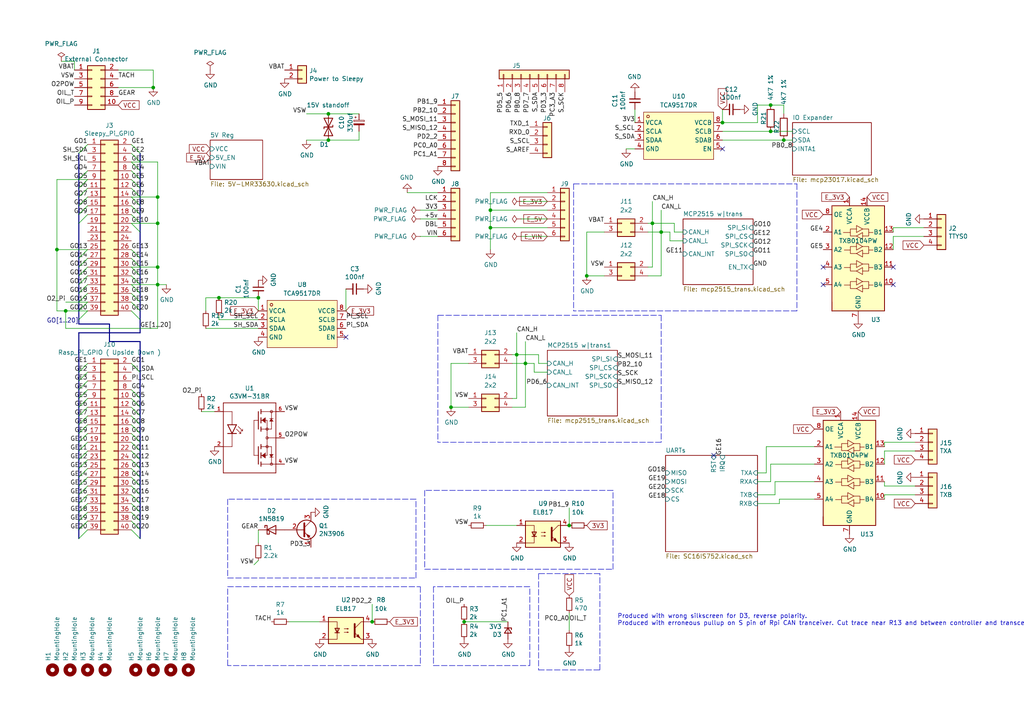
<source format=kicad_sch>
(kicad_sch (version 20211123) (generator eeschema)
  (paper "A4")
  (junction (at 19.05 90.17))
  (junction (at 45.72 57.15))
  (junction (at 45.72 64.77))
  (junction (at 191.77 67.31))
  (junction (at 45.72 77.47))
  (junction (at 170.18 80.01))
  (junction (at 165.1 152.4))
  (junction (at 149.86 102.87))
  (junction (at 74.93 86.36))
  (junction (at 107.95 180.34))
  (junction (at 45.72 82.55))
  (junction (at 209.55 35.56))
  (junction (at 95.25 40.64))
  (junction (at 95.25 33.02))
  (junction (at 223.52 30.48))
  (junction (at 189.23 64.77))
  (junction (at 44.45 25.4))
  (junction (at 223.52 38.1))
  (junction (at 142.24 60.96))
  (junction (at 134.62 180.34))
  (junction (at 142.24 66.04))
  (junction (at 227.33 40.64))
  (junction (at 130.81 118.11))
  (junction (at 63.5 86.36))
  (junction (at 16.51 72.39))
  (junction (at 152.4 105.41))
  (no_connect (at 100.33 97.79))
  (no_connect (at 209.55 43.18))
  (no_connect (at 259.08 82.55))
  (no_connect (at 259.08 77.47))
  (no_connect (at 238.76 82.55))
  (no_connect (at 238.76 77.47))
  (no_connect (at 207.01 132.08))
  (bus_entry (at 38.1 118.11) (size 2.54 2.54))
  (bus_entry (at 38.1 113.03) (size 2.54 2.54))
  (bus_entry (at 38.1 115.57) (size 2.54 2.54))
  (bus_entry (at 38.1 143.51) (size 2.54 2.54))
  (bus_entry (at 38.1 146.05) (size 2.54 2.54))
  (bus_entry (at 38.1 140.97) (size 2.54 2.54))
  (bus_entry (at 38.1 153.67) (size 2.54 2.54))
  (bus_entry (at 38.1 151.13) (size 2.54 2.54))
  (bus_entry (at 38.1 148.59) (size 2.54 2.54))
  (bus_entry (at 38.1 138.43) (size 2.54 2.54))
  (bus_entry (at 38.1 135.89) (size 2.54 2.54))
  (bus_entry (at 38.1 130.81) (size 2.54 2.54))
  (bus_entry (at 38.1 128.27) (size 2.54 2.54))
  (bus_entry (at 38.1 125.73) (size 2.54 2.54))
  (bus_entry (at 38.1 120.65) (size 2.54 2.54))
  (bus_entry (at 38.1 123.19) (size 2.54 2.54))
  (bus_entry (at 38.1 133.35) (size 2.54 2.54))
  (bus_entry (at 25.4 49.53) (size -2.54 2.54))
  (bus_entry (at 25.4 52.07) (size -2.54 2.54))
  (bus_entry (at 25.4 59.69) (size -2.54 2.54))
  (bus_entry (at 25.4 57.15) (size -2.54 2.54))
  (bus_entry (at 25.4 54.61) (size -2.54 2.54))
  (bus_entry (at 25.4 82.55) (size -2.54 2.54))
  (bus_entry (at 25.4 85.09) (size -2.54 2.54))
  (bus_entry (at 25.4 80.01) (size -2.54 2.54))
  (bus_entry (at 25.4 77.47) (size -2.54 2.54))
  (bus_entry (at 25.4 90.17) (size -2.54 2.54))
  (bus_entry (at 25.4 87.63) (size -2.54 2.54))
  (bus_entry (at 25.4 74.93) (size -2.54 2.54))
  (bus_entry (at 25.4 120.65) (size -2.54 2.54))
  (bus_entry (at 25.4 118.11) (size -2.54 2.54))
  (bus_entry (at 25.4 125.73) (size -2.54 2.54))
  (bus_entry (at 25.4 138.43) (size -2.54 2.54))
  (bus_entry (at 25.4 135.89) (size -2.54 2.54))
  (bus_entry (at 25.4 128.27) (size -2.54 2.54))
  (bus_entry (at 25.4 133.35) (size -2.54 2.54))
  (bus_entry (at 25.4 113.03) (size -2.54 2.54))
  (bus_entry (at 25.4 110.49) (size -2.54 2.54))
  (bus_entry (at 25.4 107.95) (size -2.54 2.54))
  (bus_entry (at 25.4 105.41) (size -2.54 2.54))
  (bus_entry (at 25.4 143.51) (size -2.54 2.54))
  (bus_entry (at 25.4 148.59) (size -2.54 2.54))
  (bus_entry (at 25.4 140.97) (size -2.54 2.54))
  (bus_entry (at 25.4 146.05) (size -2.54 2.54))
  (bus_entry (at 25.4 115.57) (size -2.54 2.54))
  (bus_entry (at 25.4 123.19) (size -2.54 2.54))
  (bus_entry (at 25.4 151.13) (size -2.54 2.54))
  (bus_entry (at 25.4 153.67) (size -2.54 2.54))
  (bus_entry (at 25.4 130.81) (size -2.54 2.54))
  (bus_entry (at 25.4 72.39) (size -2.54 2.54))
  (bus_entry (at 25.4 41.91) (size -2.54 2.54))
  (bus_entry (at 25.4 62.23) (size -2.54 2.54))
  (bus_entry (at 38.1 105.41) (size 2.54 2.54))
  (bus_entry (at 38.1 90.17) (size 2.54 2.54))
  (bus_entry (at 38.1 49.53) (size 2.54 2.54))
  (bus_entry (at 38.1 52.07) (size 2.54 2.54))
  (bus_entry (at 38.1 46.99) (size 2.54 2.54))
  (bus_entry (at 38.1 41.91) (size 2.54 2.54))
  (bus_entry (at 38.1 85.09) (size 2.54 2.54))
  (bus_entry (at 38.1 87.63) (size 2.54 2.54))
  (bus_entry (at 38.1 82.55) (size 2.54 2.54))
  (bus_entry (at 38.1 80.01) (size 2.54 2.54))
  (bus_entry (at 38.1 72.39) (size 2.54 2.54))
  (bus_entry (at 38.1 57.15) (size 2.54 2.54))
  (bus_entry (at 38.1 59.69) (size 2.54 2.54))
  (bus_entry (at 38.1 44.45) (size 2.54 2.54))
  (bus_entry (at 38.1 54.61) (size 2.54 2.54))
  (bus_entry (at 38.1 64.77) (size 2.54 2.54))
  (bus_entry (at 38.1 62.23) (size 2.54 2.54))
  (bus_entry (at 38.1 74.93) (size 2.54 2.54))
  (bus_entry (at 38.1 77.47) (size 2.54 2.54))
  (wire (pts (xy 152.4 105.41) (xy 154.94 105.41)))
  (wire (pts (xy 74.93 86.36) (xy 74.93 90.17)))
  (wire (pts (xy 130.81 105.41) (xy 130.81 118.11)))
  (wire (pts (xy 142.24 66.04) (xy 142.24 60.96)))
  (wire (pts (xy 121.92 63.5) (xy 127 63.5)))
  (wire (pts (xy 45.72 95.25) (xy 45.72 82.55)))
  (bus (pts (xy 22.86 120.65) (xy 22.86 123.19)))
  (polyline (pts (xy 191.77 128.27) (xy 127 128.27)))
  (bus (pts (xy 22.86 44.45) (xy 22.86 52.07)))
  (wire (pts (xy 63.5 86.36) (xy 74.93 86.36)))
  (wire (pts (xy 149.86 96.52) (xy 149.86 102.87)))
  (polyline (pts (xy 123.19 165.1) (xy 177.8 165.1)))
  (wire (pts (xy 130.81 118.11) (xy 135.89 118.11)))
  (bus (pts (xy 22.86 92.71) (xy 22.86 93.98)))
  (polyline (pts (xy 120.65 167.64) (xy 120.65 144.78)))
  (wire (pts (xy 227.33 40.64) (xy 229.87 40.64)))
  (bus (pts (xy 22.86 118.11) (xy 22.86 120.65)))
  (bus (pts (xy 40.64 44.45) (xy 40.64 46.99)))
  (wire (pts (xy 209.55 40.64) (xy 227.33 40.64)))
  (wire (pts (xy 191.77 80.01) (xy 191.77 67.31)))
  (wire (pts (xy 265.43 140.97) (xy 256.54 140.97)))
  (bus (pts (xy 22.86 90.17) (xy 22.86 92.71)))
  (bus (pts (xy 40.64 148.59) (xy 40.64 151.13)))
  (wire (pts (xy 40.64 46.99) (xy 45.72 46.99)))
  (wire (pts (xy 195.58 67.31) (xy 195.58 64.77)))
  (wire (pts (xy 194.31 67.31) (xy 194.31 69.85)))
  (bus (pts (xy 22.86 85.09) (xy 22.86 87.63)))
  (wire (pts (xy 236.22 144.78) (xy 226.06 144.78)))
  (bus (pts (xy 22.86 140.97) (xy 22.86 143.51)))
  (bus (pts (xy 40.64 123.19) (xy 40.64 125.73)))
  (wire (pts (xy 259.08 66.04) (xy 267.97 66.04)))
  (wire (pts (xy 223.52 139.7) (xy 219.71 139.7)))
  (wire (pts (xy 191.77 67.31) (xy 194.31 67.31)))
  (wire (pts (xy 256.54 129.54) (xy 256.54 128.27)))
  (bus (pts (xy 22.86 123.19) (xy 22.86 125.73)))
  (bus (pts (xy 40.64 77.47) (xy 40.64 80.01)))
  (polyline (pts (xy 127 91.44) (xy 191.77 91.44)))
  (wire (pts (xy 21.59 17.78) (xy 17.78 17.78)))
  (wire (pts (xy 256.54 130.81) (xy 256.54 134.62)))
  (bus (pts (xy 40.64 87.63) (xy 40.64 90.17)))
  (wire (pts (xy 34.29 20.32) (xy 44.45 20.32)))
  (wire (pts (xy 142.24 55.88) (xy 142.24 60.96)))
  (wire (pts (xy 191.77 60.96) (xy 191.77 67.31)))
  (wire (pts (xy 227.33 30.48) (xy 227.33 33.02)))
  (bus (pts (xy 22.86 87.63) (xy 22.86 90.17)))
  (bus (pts (xy 22.86 82.55) (xy 22.86 85.09)))
  (wire (pts (xy 151.13 63.5) (xy 158.75 63.5)))
  (wire (pts (xy 181.61 43.18) (xy 184.15 43.18)))
  (wire (pts (xy 16.51 52.07) (xy 22.86 52.07)))
  (wire (pts (xy 38.1 82.55) (xy 40.64 82.55)))
  (wire (pts (xy 19.05 90.17) (xy 22.86 90.17)))
  (bus (pts (xy 40.64 120.65) (xy 40.64 123.19)))
  (polyline (pts (xy 156.21 194.31) (xy 173.99 194.31)))
  (wire (pts (xy 223.52 30.48) (xy 227.33 30.48)))
  (bus (pts (xy 40.64 64.77) (xy 40.64 67.31)))
  (bus (pts (xy 40.64 99.06) (xy 40.64 107.95)))
  (bus (pts (xy 22.86 59.69) (xy 22.86 62.23)))
  (bus (pts (xy 40.64 96.52) (xy 22.86 96.52)))
  (bus (pts (xy 40.64 67.31) (xy 40.64 74.93)))
  (bus (pts (xy 22.86 64.77) (xy 22.86 74.93)))
  (polyline (pts (xy 177.8 142.24) (xy 123.19 142.24)))
  (wire (pts (xy 40.64 77.47) (xy 45.72 77.47)))
  (polyline (pts (xy 191.77 91.44) (xy 191.77 128.27)))
  (wire (pts (xy 104.14 38.1) (xy 104.14 40.64)))
  (wire (pts (xy 142.24 66.04) (xy 158.75 66.04)))
  (bus (pts (xy 22.86 153.67) (xy 22.86 156.21)))
  (bus (pts (xy 40.64 143.51) (xy 40.64 146.05)))
  (polyline (pts (xy 153.67 193.04) (xy 153.67 170.18)))
  (wire (pts (xy 73.66 163.83) (xy 74.93 162.56)))
  (bus (pts (xy 22.86 107.95) (xy 22.86 110.49)))
  (bus (pts (xy 40.64 107.95) (xy 40.64 115.57)))
  (wire (pts (xy 63.5 91.44) (xy 63.5 92.71)))
  (bus (pts (xy 22.86 113.03) (xy 22.86 115.57)))
  (bus (pts (xy 40.64 82.55) (xy 40.64 85.09)))
  (wire (pts (xy 170.18 80.01) (xy 175.26 80.01)))
  (bus (pts (xy 40.64 59.69) (xy 40.64 62.23)))
  (bus (pts (xy 40.64 135.89) (xy 40.64 138.43)))
  (bus (pts (xy 40.64 92.71) (xy 40.64 96.52)))
  (wire (pts (xy 148.59 105.41) (xy 152.4 105.41)))
  (wire (pts (xy 148.59 115.57) (xy 149.86 115.57)))
  (wire (pts (xy 16.51 52.07) (xy 16.51 72.39)))
  (wire (pts (xy 154.94 107.95) (xy 158.75 107.95)))
  (wire (pts (xy 226.06 146.05) (xy 219.71 146.05)))
  (wire (pts (xy 38.1 57.15) (xy 40.64 57.15)))
  (wire (pts (xy 19.05 95.25) (xy 45.72 95.25)))
  (wire (pts (xy 265.43 143.51) (xy 256.54 143.51)))
  (wire (pts (xy 224.79 143.51) (xy 219.71 143.51)))
  (wire (pts (xy 25.4 90.17) (xy 22.86 90.17)))
  (wire (pts (xy 195.58 64.77) (xy 189.23 64.77)))
  (wire (pts (xy 187.96 80.01) (xy 191.77 80.01)))
  (wire (pts (xy 259.08 67.31) (xy 259.08 66.04)))
  (wire (pts (xy 135.89 105.41) (xy 130.81 105.41)))
  (bus (pts (xy 40.64 130.81) (xy 40.64 133.35)))
  (polyline (pts (xy 166.37 53.34) (xy 166.37 90.17)))
  (wire (pts (xy 16.51 72.39) (xy 16.51 90.17)))
  (wire (pts (xy 236.22 134.62) (xy 223.52 134.62)))
  (wire (pts (xy 118.11 55.88) (xy 127 55.88)))
  (polyline (pts (xy 66.04 144.78) (xy 66.04 167.64)))
  (wire (pts (xy 156.21 102.87) (xy 149.86 102.87)))
  (wire (pts (xy 148.59 118.11) (xy 152.4 118.11)))
  (bus (pts (xy 40.64 85.09) (xy 40.64 87.63)))
  (wire (pts (xy 22.86 87.63) (xy 25.4 87.63)))
  (wire (pts (xy 121.92 60.96) (xy 127 60.96)))
  (bus (pts (xy 22.86 115.57) (xy 22.86 118.11)))
  (wire (pts (xy 189.23 77.47) (xy 189.23 64.77)))
  (wire (pts (xy 44.45 20.32) (xy 44.45 25.4)))
  (bus (pts (xy 40.64 133.35) (xy 40.64 135.89)))
  (wire (pts (xy 142.24 60.96) (xy 158.75 60.96)))
  (wire (pts (xy 194.31 69.85) (xy 198.12 69.85)))
  (wire (pts (xy 21.59 20.32) (xy 21.59 17.78)))
  (wire (pts (xy 95.25 33.02) (xy 104.14 33.02)))
  (polyline (pts (xy 231.14 90.17) (xy 166.37 90.17)))
  (bus (pts (xy 40.64 151.13) (xy 40.64 153.67)))
  (wire (pts (xy 58.42 119.38) (xy 62.23 119.38)))
  (bus (pts (xy 40.64 140.97) (xy 40.64 143.51)))
  (wire (pts (xy 59.69 86.36) (xy 63.5 86.36)))
  (wire (pts (xy 88.9 40.64) (xy 95.25 40.64)))
  (wire (pts (xy 19.05 87.63) (xy 22.86 87.63)))
  (bus (pts (xy 22.86 146.05) (xy 22.86 148.59)))
  (wire (pts (xy 184.15 31.75) (xy 184.15 35.56)))
  (wire (pts (xy 223.52 134.62) (xy 223.52 139.7)))
  (bus (pts (xy 40.64 146.05) (xy 40.64 148.59)))
  (bus (pts (xy 40.64 128.27) (xy 40.64 130.81)))
  (bus (pts (xy 40.64 62.23) (xy 40.64 64.77)))
  (wire (pts (xy 219.71 137.16) (xy 222.25 137.16)))
  (bus (pts (xy 22.86 57.15) (xy 22.86 59.69)))
  (wire (pts (xy 256.54 128.27) (xy 265.43 128.27)))
  (wire (pts (xy 59.69 95.25) (xy 74.93 95.25)))
  (bus (pts (xy 22.86 128.27) (xy 22.86 130.81)))
  (bus (pts (xy 40.64 74.93) (xy 40.64 77.47)))
  (polyline (pts (xy 153.67 170.18) (xy 125.73 170.18)))
  (wire (pts (xy 107.95 175.26) (xy 107.95 180.34)))
  (polyline (pts (xy 173.99 194.31) (xy 173.99 166.37)))
  (bus (pts (xy 31.75 93.98) (xy 31.75 99.06)))
  (wire (pts (xy 158.75 105.41) (xy 156.21 105.41)))
  (polyline (pts (xy 66.04 170.18) (xy 121.92 170.18)))
  (polyline (pts (xy 177.8 165.1) (xy 177.8 142.24)))
  (polyline (pts (xy 125.73 193.04) (xy 153.67 193.04)))
  (wire (pts (xy 187.96 77.47) (xy 189.23 77.47)))
  (bus (pts (xy 22.86 148.59) (xy 22.86 151.13)))
  (polyline (pts (xy 121.92 170.18) (xy 121.92 193.04)))
  (wire (pts (xy 209.55 31.75) (xy 209.55 35.56)))
  (wire (pts (xy 74.93 153.67) (xy 74.93 157.48)))
  (wire (pts (xy 151.13 58.42) (xy 158.75 58.42)))
  (wire (pts (xy 88.9 33.02) (xy 95.25 33.02)))
  (wire (pts (xy 259.08 68.58) (xy 259.08 72.39)))
  (wire (pts (xy 22.86 52.07) (xy 25.4 52.07)))
  (wire (pts (xy 40.64 64.77) (xy 45.72 64.77)))
  (wire (pts (xy 83.82 180.34) (xy 92.71 180.34)))
  (wire (pts (xy 151.13 68.58) (xy 158.75 68.58)))
  (wire (pts (xy 158.75 55.88) (xy 142.24 55.88)))
  (wire (pts (xy 189.23 64.77) (xy 187.96 64.77)))
  (wire (pts (xy 142.24 72.39) (xy 142.24 66.04)))
  (polyline (pts (xy 121.92 193.04) (xy 66.04 193.04)))
  (wire (pts (xy 45.72 82.55) (xy 48.26 82.55)))
  (wire (pts (xy 140.97 152.4) (xy 149.86 152.4)))
  (bus (pts (xy 22.86 93.98) (xy 31.75 93.98)))
  (wire (pts (xy 222.25 129.54) (xy 236.22 129.54)))
  (wire (pts (xy 223.52 38.1) (xy 229.87 38.1)))
  (polyline (pts (xy 231.14 53.34) (xy 231.14 90.17)))
  (wire (pts (xy 219.71 35.56) (xy 219.71 30.48)))
  (bus (pts (xy 22.86 74.93) (xy 22.86 77.47)))
  (bus (pts (xy 22.86 80.01) (xy 22.86 82.55)))
  (wire (pts (xy 152.4 99.06) (xy 152.4 105.41)))
  (wire (pts (xy 16.51 90.17) (xy 19.05 90.17)))
  (wire (pts (xy 256.54 140.97) (xy 256.54 139.7)))
  (bus (pts (xy 40.64 52.07) (xy 40.64 54.61)))
  (bus (pts (xy 22.86 125.73) (xy 22.86 128.27)))
  (wire (pts (xy 165.1 177.8) (xy 165.1 182.88)))
  (wire (pts (xy 209.55 35.56) (xy 219.71 35.56)))
  (wire (pts (xy 121.92 68.58) (xy 127 68.58)))
  (bus (pts (xy 22.86 135.89) (xy 22.86 138.43)))
  (wire (pts (xy 209.55 38.1) (xy 223.52 38.1)))
  (wire (pts (xy 38.1 64.77) (xy 40.64 64.77)))
  (wire (pts (xy 38.1 77.47) (xy 40.64 77.47)))
  (bus (pts (xy 22.86 138.43) (xy 22.86 140.97)))
  (wire (pts (xy 34.29 25.4) (xy 44.45 25.4)))
  (bus (pts (xy 40.64 153.67) (xy 40.64 156.21)))
  (wire (pts (xy 165.1 147.32) (xy 165.1 152.4)))
  (bus (pts (xy 22.86 110.49) (xy 22.86 113.03)))
  (bus (pts (xy 40.64 57.15) (xy 40.64 59.69)))
  (wire (pts (xy 224.79 139.7) (xy 224.79 143.51)))
  (polyline (pts (xy 66.04 193.04) (xy 66.04 170.18)))
  (bus (pts (xy 31.75 99.06) (xy 40.64 99.06)))
  (bus (pts (xy 22.86 96.52) (xy 22.86 107.95)))
  (wire (pts (xy 19.05 90.17) (xy 19.05 95.25)))
  (bus (pts (xy 22.86 143.51) (xy 22.86 146.05)))
  (polyline (pts (xy 123.19 142.24) (xy 123.19 165.1)))
  (wire (pts (xy 156.21 105.41) (xy 156.21 102.87)))
  (bus (pts (xy 40.64 115.57) (xy 40.64 118.11)))
  (wire (pts (xy 45.72 64.77) (xy 45.72 77.47)))
  (wire (pts (xy 16.51 72.39) (xy 25.4 72.39)))
  (wire (pts (xy 265.43 130.81) (xy 256.54 130.81)))
  (polyline (pts (xy 120.65 144.78) (xy 66.04 144.78)))
  (bus (pts (xy 22.86 52.07) (xy 22.86 54.61)))
  (bus (pts (xy 22.86 77.47) (xy 22.86 80.01)))
  (bus (pts (xy 40.64 54.61) (xy 40.64 57.15)))
  (wire (pts (xy 189.23 58.42) (xy 189.23 64.77)))
  (bus (pts (xy 40.64 138.43) (xy 40.64 140.97)))
  (wire (pts (xy 100.33 83.82) (xy 100.33 90.17)))
  (wire (pts (xy 149.86 102.87) (xy 148.59 102.87)))
  (bus (pts (xy 22.86 54.61) (xy 22.86 57.15)))
  (wire (pts (xy 40.64 57.15) (xy 45.72 57.15)))
  (wire (pts (xy 187.96 67.31) (xy 191.77 67.31)))
  (wire (pts (xy 149.86 115.57) (xy 149.86 102.87)))
  (bus (pts (xy 22.86 133.35) (xy 22.86 135.89)))
  (wire (pts (xy 198.12 67.31) (xy 195.58 67.31)))
  (wire (pts (xy 45.72 46.99) (xy 45.72 57.15)))
  (bus (pts (xy 40.64 49.53) (xy 40.64 52.07)))
  (bus (pts (xy 40.64 125.73) (xy 40.64 128.27)))
  (wire (pts (xy 45.72 77.47) (xy 45.72 82.55)))
  (wire (pts (xy 134.62 180.34) (xy 147.32 180.34)))
  (wire (pts (xy 63.5 92.71) (xy 74.93 92.71)))
  (polyline (pts (xy 66.04 167.64) (xy 120.65 167.64)))
  (wire (pts (xy 226.06 144.78) (xy 226.06 146.05)))
  (bus (pts (xy 40.64 46.99) (xy 40.64 49.53)))
  (polyline (pts (xy 166.37 53.34) (xy 231.14 53.34)))
  (wire (pts (xy 154.94 105.41) (xy 154.94 107.95)))
  (wire (pts (xy 38.1 46.99) (xy 40.64 46.99)))
  (wire (pts (xy 219.71 30.48) (xy 223.52 30.48)))
  (wire (pts (xy 95.25 40.64) (xy 104.14 40.64)))
  (bus (pts (xy 40.64 118.11) (xy 40.64 120.65)))
  (polyline (pts (xy 173.99 166.37) (xy 156.21 166.37)))
  (wire (pts (xy 175.26 67.31) (xy 170.18 67.31)))
  (bus (pts (xy 22.86 130.81) (xy 22.86 133.35)))
  (wire (pts (xy 170.18 67.31) (xy 170.18 80.01)))
  (wire (pts (xy 45.72 57.15) (xy 45.72 64.77)))
  (wire (pts (xy 40.64 82.55) (xy 45.72 82.55)))
  (bus (pts (xy 22.86 151.13) (xy 22.86 153.67)))
  (wire (pts (xy 256.54 143.51) (xy 256.54 144.78)))
  (bus (pts (xy 40.64 90.17) (xy 40.64 92.71)))
  (wire (pts (xy 222.25 137.16) (xy 222.25 129.54)))
  (polyline (pts (xy 125.73 170.18) (xy 125.73 193.04)))
  (wire (pts (xy 267.97 68.58) (xy 259.08 68.58)))
  (bus (pts (xy 22.86 62.23) (xy 22.86 64.77)))
  (polyline (pts (xy 127 91.44) (xy 127 128.27)))
  (wire (pts (xy 236.22 139.7) (xy 224.79 139.7)))
  (wire (pts (xy 59.69 90.17) (xy 59.69 86.36)))
  (bus (pts (xy 40.64 80.01) (xy 40.64 82.55)))
  (wire (pts (xy 152.4 118.11) (xy 152.4 105.41)))
  (polyline (pts (xy 156.21 166.37) (xy 156.21 194.31)))
  (text "Produced with wrong silkscreen for D3, reverse polarity.\nProduced with erroneous pullup on S pin of Rpi CAN tranceiver. Cut trace near R13 and between controller and transceiver.\n" (at 179.07 181.61 0) (effects (font (size 1.27 1.27)) (justify left bottom)))
  (label "GO15" (at 38.1 140.97 0))
  (label "GE10" (at 25.4 128.27 180))
  (label "GE7" (at 25.4 120.65 180))
  (label "VSW" (at 135.89 152.4 180))
  (label "GE1" (at 38.1 41.91 0))
  (label "GO14" (at 38.1 138.43 0))
  (label "GE14" (at 38.1 74.93 0))
  (label "GE4" (at 25.4 113.03 180))
  (label "GE18" (at 193.04 144.78 180))
  (label "GE16" (at 209.55 132.08 90))
  (label "PB0_8" (at 151.13 26.67 270))
  (label "VBAT" (at 82.55 20.32 180))
  (label "GO20" (at 38.1 153.67 0))
  (label "GO5" (at 38.1 115.57 0))
  (label "GO1" (at 25.4 41.91 180))
  (label "GE9" (at 25.4 125.73 180))
  (label "SH_SCL" (at 25.4 46.99 180))
  (label "GO18" (at 25.4 85.09 180))
  (label "PD6_6" (at 148.59 26.67 270))
  (label "S_SDA" (at 184.15 40.64 180))
  (label "RXD_0" (at 153.67 39.37 180))
  (label "GE15" (at 38.1 77.47 0))
  (label "PB2_10" (at 127 33.02 180))
  (label "VSW" (at 175.26 77.47 180))
  (label "GE2" (at 25.4 107.95 180))
  (label "S_SDA" (at 156.21 26.67 270))
  (label "S_MOSI_11" (at 179.07 104.14 0))
  (label "VSW" (at 135.89 115.57 180))
  (label "VSW" (at 82.55 119.38 0))
  (label "DBL" (at 127 66.04 180))
  (label "PI_SCL" (at 38.1 110.49 0))
  (label "VSW" (at 73.66 163.83 180))
  (label "GO19" (at 25.4 87.63 180))
  (label "O2POW" (at 82.55 127 0))
  (label "S_AREF" (at 153.67 44.45 180))
  (label "GE18" (at 38.1 85.09 0))
  (label "GE20" (at 38.1 90.17 0))
  (label "PB0_8" (at 229.87 43.18 180))
  (label "GE20" (at 25.4 153.67 180))
  (label "Pi_SDA" (at 100.33 95.25 0))
  (label "GEAR" (at 74.93 153.67 180))
  (label "OIL_T" (at 165.1 180.34 0))
  (label "GE12" (at 218.44 68.58 0))
  (label "GO6" (at 25.4 54.61 180))
  (label "GO9" (at 25.4 62.23 180))
  (label "GE16" (at 25.4 143.51 180))
  (label "GO1" (at 38.1 105.41 0))
  (label "S_MISO_12" (at 127 38.1 180))
  (label "PC3_A3" (at 161.29 26.67 270))
  (label "TXD_1" (at 153.67 36.83 180))
  (label "GE3" (at 38.1 46.99 0))
  (label "GE4" (at 38.1 49.53 0))
  (label "VSW" (at 21.59 22.86 180))
  (label "GO14" (at 25.4 74.93 180))
  (label "GO13" (at 38.1 135.89 0))
  (label "GO20" (at 25.4 90.17 180))
  (label "GO19" (at 38.1 151.13 0))
  (label "GO12" (at 38.1 133.35 0))
  (label "S_SCL" (at 184.15 38.1 180))
  (label "GE18" (at 25.4 148.59 180))
  (label "VSW" (at 82.55 134.62 0))
  (label "GE15" (at 25.4 140.97 180))
  (label "GE[1..20]" (at 40.64 95.25 0))
  (label "GO5" (at 25.4 52.07 180))
  (label "GE14" (at 25.4 138.43 180))
  (label "GE20" (at 193.04 142.24 180))
  (label "PD2_2" (at 127 40.64 180))
  (label "PC0_A0" (at 165.1 180.34 180))
  (label "Pi_SDA" (at 38.1 107.95 0))
  (label "S_MISO_12" (at 179.07 111.76 0))
  (label "OIL_T" (at 21.59 27.94 180))
  (label "PB1_9" (at 165.1 147.32 180))
  (label "GE9" (at 38.1 62.23 0))
  (label "GO18" (at 38.1 148.59 0))
  (label "GE19" (at 193.04 139.7 180))
  (label "GE6" (at 38.1 54.61 0))
  (label "3V3" (at 184.15 35.56 180))
  (label "O2_Pi" (at 58.42 114.3 180))
  (label "CAN_L" (at 191.77 60.96 0))
  (label "PD6_6" (at 158.75 111.76 180))
  (label "GE11" (at 25.4 130.81 180))
  (label "PD3_3" (at 158.75 26.67 270))
  (label "GE17" (at 25.4 146.05 180))
  (label "S_SCK" (at 179.07 109.22 0))
  (label "GE8" (at 25.4 123.19 180))
  (label "PC1_A1" (at 147.32 180.34 90))
  (label "OIL_P" (at 134.62 175.26 180))
  (label "GO16" (at 38.1 143.51 0))
  (label "GE6" (at 25.4 118.11 180))
  (label "SH_SDA" (at 25.4 44.45 180))
  (label "PB1_9" (at 127 30.48 180))
  (label "GO4" (at 25.4 49.53 180))
  (label "GE1" (at 25.4 105.41 180))
  (label "PB2_10" (at 179.07 106.68 0))
  (label "GO15" (at 25.4 77.47 180))
  (label "GO7" (at 25.4 57.15 180))
  (label "O2POW" (at 21.59 25.4 180))
  (label "PC0_A0" (at 127 43.18 180))
  (label "OIL_P" (at 21.59 30.48 180))
  (label "GE4" (at 238.76 67.31 180))
  (label "GE7" (at 38.1 57.15 0))
  (label "CAN_H" (at 189.23 58.42 0))
  (label "TACH" (at 34.29 22.86 0))
  (label "S_SCK" (at 163.83 26.67 270))
  (label "VSW" (at 88.9 33.02 180))
  (label "CAN_L" (at 152.4 99.06 0))
  (label "GE17" (at 38.1 82.55 0))
  (label "GO8" (at 25.4 59.69 180))
  (label "GO17" (at 25.4 82.55 180))
  (label "GE5" (at 25.4 115.57 180))
  (label "GND" (at 218.44 77.47 0))
  (label "GO9" (at 38.1 125.73 0))
  (label "GO12" (at 218.44 71.12 0))
  (label "GO17" (at 38.1 146.05 0))
  (label "PD3_3" (at 90.17 158.75 180))
  (label "VBAT" (at 60.96 48.26 180))
  (label "GO7" (at 38.1 120.65 0))
  (label "VIN" (at 127 68.58 180))
  (label "VBAT" (at 175.26 64.77 180))
  (label "GE12" (at 25.4 133.35 180))
  (label "PC1_A1" (at 127 45.72 180))
  (label "S_SCL" (at 153.67 41.91 180))
  (label "GE13" (at 38.1 72.39 0))
  (label "GE2" (at 38.1 44.45 0))
  (label "VBAT" (at 21.59 20.32 180))
  (label "GO10" (at 218.44 66.04 0))
  (label "PD2_2" (at 107.95 175.26 180))
  (label "PI_SCL" (at 100.33 92.71 0))
  (label "GE11" (at 198.12 73.66 180))
  (label "GE8" (at 38.1 59.69 0))
  (label "PD5_5" (at 146.05 26.67 270))
  (label "3V3" (at 127 60.96 180))
  (label "GE5" (at 38.1 52.07 0))
  (label "PD7_7" (at 153.67 26.67 270))
  (label "SH_SCL" (at 74.93 92.71 180))
  (label "GE3" (at 25.4 110.49 180))
  (label "S_MOSI_11" (at 127 35.56 180))
  (label "GO4" (at 38.1 113.03 0))
  (label "SH_SDA" (at 74.93 95.25 180))
  (label "GO10" (at 38.1 128.27 0))
  (label "GE13" (at 25.4 135.89 180))
  (label "GO11" (at 218.44 73.66 0))
  (label "GO8" (at 38.1 123.19 0))
  (label "GO18" (at 193.04 137.16 180))
  (label "GE10" (at 38.1 64.77 0))
  (label "CAN_H" (at 149.86 96.52 0))
  (label "O2_Pi" (at 19.05 87.63 180))
  (label "LCK" (at 127 58.42 180))
  (label "TACH" (at 78.74 180.34 180))
  (label "GE16" (at 38.1 80.01 0))
  (label "GO13" (at 25.4 72.39 180))
  (label "GE19" (at 38.1 87.63 0))
  (label "GO16" (at 25.4 80.01 180))
  (label "GO6" (at 38.1 118.11 0))
  (label "GEAR" (at 34.29 27.94 0))
  (label "GO[1..20]" (at 22.86 93.98 180))
  (label "GE19" (at 25.4 151.13 180))
  (label "+5v" (at 127 63.5 180))
  (label "GE5" (at 238.76 72.39 180))
  (label "GO11" (at 38.1 130.81 0))
  (label "VBAT" (at 135.89 102.87 180))
  (global_label "VCC" (shape input) (at 165.1 172.72 90) (property "Intersheet References" "${INTERSHEET_REFS}" (effects hide)))
  (global_label "E_5V" (shape input) (at 158.75 63.5 180) (property "Intersheet References" "${INTERSHEET_REFS}" (effects hide)))
  (global_label "VCC" (shape input) (at 265.43 133.35 180) (property "Intersheet References" "${INTERSHEET_REFS}" (effects hide)))
  (global_label "VCC" (shape input) (at 238.76 62.23 180) (property "Intersheet References" "${INTERSHEET_REFS}" (effects hide)))
  (global_label "E_3V3" (shape input) (at 246.38 57.15 180) (property "Intersheet References" "${INTERSHEET_REFS}" (effects hide)))
  (global_label "E_3V3" (shape input) (at 243.84 119.38 180) (property "Intersheet References" "${INTERSHEET_REFS}" (effects hide)))
  (global_label "VCC" (shape input) (at 265.43 146.05 180) (property "Intersheet References" "${INTERSHEET_REFS}" (effects hide)))
  (global_label "E_3V3" (shape input) (at 113.03 180.34 0) (property "Intersheet References" "${INTERSHEET_REFS}" (effects hide)))
  (global_label "VCC" (shape input) (at 248.92 119.38 0) (property "Intersheet References" "${INTERSHEET_REFS}" (effects hide)))
  (global_label "VCC" (shape input) (at 34.29 30.48 0) (property "Intersheet References" "${INTERSHEET_REFS}" (effects hide)))
  (global_label "3V3" (shape input) (at 170.18 152.4 0) (property "Intersheet References" "${INTERSHEET_REFS}" (effects hide)))
  (global_label "VCC" (shape input) (at 251.46 57.15 0) (property "Intersheet References" "${INTERSHEET_REFS}" (effects hide)))
  (global_label "VCC" (shape input) (at 60.96 43.18 180) (property "Intersheet References" "${INTERSHEET_REFS}" (effects hide)))
  (global_label "VCC" (shape input) (at 236.22 124.46 180) (property "Intersheet References" "${INTERSHEET_REFS}" (effects hide)))
  (global_label "E_3V3" (shape input) (at 100.33 90.17 0) (property "Intersheet References" "${INTERSHEET_REFS}" (effects hide)))
  (global_label "VCC" (shape input) (at 267.97 71.12 180) (property "Intersheet References" "${INTERSHEET_REFS}" (effects hide)))
  (global_label "E_VIN" (shape input) (at 158.75 68.58 180) (property "Intersheet References" "${INTERSHEET_REFS}" (effects hide)))
  (global_label "E_3V3" (shape input) (at 74.93 90.17 180) (property "Intersheet References" "${INTERSHEET_REFS}" (effects hide)))
  (global_label "VCC" (shape input) (at 209.55 31.75 90) (property "Intersheet References" "${INTERSHEET_REFS}" (effects hide)))
  (global_label "E_3V3" (shape input) (at 158.75 58.42 180) (property "Intersheet References" "${INTERSHEET_REFS}" (effects hide)))
  (global_label "E_5V" (shape input) (at 60.96 45.72 180) (property "Intersheet References" "${INTERSHEET_REFS}" (effects hide)))
  (symbol (lib_id "Connector_Generic:Conn_02x05_Odd_Even") (at 26.67 25.4 0) (unit 1) (in_bom no)
    (property "Reference" "J1" (at 27.94 14.8082 0))
    (property "Value" "External Connector" (at 27.94 17.1196 0))
    (property "Footprint" "Connector_PinHeader_2.54mm:PinHeader_2x05_P2.54mm_Vertical" (effects hide))
  )
  (symbol (lib_id "Connector_Generic:Conn_01x04") (at 273.05 66.04 0) (unit 1) (in_bom no)
    (property "Reference" "J2" (at 275.082 66.2432 0) (effects (justify left)))
    (property "Value" "TTYS0" (at 275.082 68.5546 0) (effects (justify left)))
    (property "Footprint" "Connector_PinHeader_2.54mm:PinHeader_1x04_P2.54mm_Vertical" (effects hide))
  )
  (symbol (lib_id "Connector_Generic:Conn_02x20_Odd_Even") (at 30.48 64.77 0) (unit 1) (in_bom no)
    (property "Reference" "J3" (at 31.75 36.3982 0))
    (property "Value" "Sleepy_Pi_GPIO" (at 31.75 38.7096 0))
    (property "Footprint" "Connector_PinHeader_2.54mm:PinHeader_2x20_P2.54mm_Vertical" (effects hide))
  )
  (symbol (lib_id "Connector_Generic:Conn_01x02") (at 87.63 20.32 0) (unit 1) (in_bom no)
    (property "Reference" "J4" (at 89.662 20.5232 0) (effects (justify left)))
    (property "Value" "Power to Sleepy" (at 89.662 22.8346 0) (effects (justify left)))
    (property "Footprint" "Modules:S_Pi_PWR" (effects hide))
  )
  (symbol (lib_id "Connector_Generic:Conn_01x08") (at 153.67 21.59 90) (unit 1) (in_bom no)
    (property "Reference" "J5" (at 148.59 19.05 90) (effects (justify right)))
    (property "Value" "Conn_01x08" (effects hide))
    (property "Footprint" "Connector_PinHeader_2.54mm:PinHeader_1x08_P2.54mm_Vertical" (effects hide))
  )
  (symbol (lib_id "Connector_Generic:Conn_01x04") (at 158.75 39.37 0) (unit 1) (in_bom no)
    (property "Reference" "J6" (at 157.48 34.29 0) (effects (justify left)))
    (property "Value" "Conn_01x04" (effects hide))
    (property "Footprint" "Connector_PinHeader_2.54mm:PinHeader_1x04_P2.54mm_Vertical" (effects hide))
  )
  (symbol (lib_id "Connector_Generic:Conn_01x08") (at 132.08 38.1 0) (unit 1) (in_bom no)
    (property "Reference" "J7" (at 130.81 27.94 0) (effects (justify left)))
    (property "Value" "Conn_01x08" (effects hide))
    (property "Footprint" "Connector_PinHeader_2.54mm:PinHeader_1x08_P2.54mm_Vertical" (effects hide))
  )
  (symbol (lib_id "Connector_Generic:Conn_01x06") (at 132.08 60.96 0) (unit 1) (in_bom no)
    (property "Reference" "J8" (at 130.81 53.34 0) (effects (justify left)))
    (property "Value" "Conn_01x06" (effects hide))
    (property "Footprint" "Connector_PinHeader_2.54mm:PinHeader_1x06_P2.54mm_Vertical" (effects hide))
  )
  (symbol (lib_id "Connector_Generic:Conn_01x06") (at 163.83 60.96 0) (unit 1) (in_bom no)
    (property "Reference" "J9" (at 162.56 53.34 0) (effects (justify left)))
    (property "Value" "Conn_01x06" (effects hide))
    (property "Footprint" "Connector_PinHeader_2.54mm:PinHeader_1x06_P2.54mm_Vertical" (effects hide))
  )
  (symbol (lib_id "Transistor_BJT:2N3906") (at 87.63 153.67 0) (unit 1) (in_bom no)
    (property "Reference" "Q1" (at 92.456 152.5016 0) (effects (justify left)))
    (property "Value" "2N3906" (at 92.456 154.813 0) (effects (justify left)))
    (property "Footprint" "Package_TO_SOT_THT:TO-92_Inline" (effects hide))
    (property "Datasheet" "https://www.onsemi.com/pub/Collateral/2N3906-D.PDF" (effects hide))
  )
  (symbol (lib_id "Diode:1N5819") (at 78.74 153.67 0) (unit 1) (in_bom no)
    (property "Reference" "D2" (at 78.74 148.1582 0))
    (property "Value" "1N5819" (at 78.74 150.4696 0))
    (property "Footprint" "Diode_THT:D_DO-41_SOD81_P10.16mm_Horizontal" (effects hide))
    (property "Datasheet" "http://www.vishay.com/docs/88525/1n5817.pdf" (effects hide))
  )
  (symbol (lib_id "Device:R_Small") (at 74.93 160.02 0) (unit 1)
    (property "Reference" "R1" (at 76.4286 158.8516 0) (effects (justify left)))
    (property "Value" "2.2k" (at 76.4286 161.163 0) (effects (justify left)))
    (property "Footprint" "Resistor_SMD:R_0603_1608Metric" (effects hide))
    (property "LCSC" "C4190" (effects hide))
  )
  (symbol (lib_id "Device:R_Small") (at 58.42 116.84 0) (unit 1)
    (property "Reference" "R2" (at 59.9186 115.6716 0) (effects (justify left)))
    (property "Value" "2k" (at 59.9186 117.983 0) (effects (justify left)))
    (property "Footprint" "Resistor_SMD:R_0402_1005Metric" (effects hide))
    (property "LCSC" "C4109" (effects hide))
  )
  (symbol (lib_id "G3VM-31BR:G3VM-31BR") (at 72.39 127 0) (unit 1) (in_bom no)
    (property "Reference" "U1" (at 72.39 112.6236 0))
    (property "Value" "G3VM-31BR" (at 72.39 114.935 0))
    (property "Footprint" "G3VM-31BR:DIP762W50P254L737H485Q6" (effects hide))
    (property "Datasheet" "IPC-7251" (effects hide))
    (property "Field4" "OMRON" (effects hide))
  )
  (symbol (lib_id "Device:R_Small") (at 134.62 177.8 0) (unit 1)
    (property "Reference" "R3" (at 136.1186 176.6316 0) (effects (justify left)))
    (property "Value" "2k" (at 136.1186 178.943 0) (effects (justify left)))
    (property "Footprint" "Resistor_SMD:R_0402_1005Metric" (effects hide))
    (property "LCSC" "C4109" (effects hide))
  )
  (symbol (lib_id "Device:R_Small") (at 134.62 182.88 0) (unit 1)
    (property "Reference" "R4" (at 136.1186 181.7116 0) (effects (justify left)))
    (property "Value" "2k" (at 136.1186 184.023 0) (effects (justify left)))
    (property "Footprint" "Resistor_SMD:R_0402_1005Metric" (effects hide))
    (property "LCSC" "C4109" (effects hide))
  )
  (symbol (lib_id "Device:D_Zener_Small") (at 147.32 182.88 270) (unit 1) (in_bom no)
    (property "Reference" "D3" (at 145.542 184.0484 90) (effects (justify right)))
    (property "Value" "3V3" (at 145.542 181.737 90) (effects (justify right)))
    (property "Footprint" "Diode_THT:D_A-405_P7.62mm_Horizontal" (effects hide))
  )
  (symbol (lib_id "Device:R_Small") (at 165.1 175.26 0) (unit 1)
    (property "Reference" "R5" (at 166.5986 174.0916 0) (effects (justify left)))
    (property "Value" "470" (at 166.5986 176.403 0) (effects (justify left)))
    (property "Footprint" "Resistor_SMD:R_0402_1005Metric" (effects hide))
    (property "LCSC" "C25117" (effects hide))
  )
  (symbol (lib_id "Device:R_Small") (at 165.1 185.42 0) (unit 1)
    (property "Reference" "R6" (at 166.5986 184.2516 0) (effects (justify left)))
    (property "Value" "1k" (at 166.5986 186.563 0) (effects (justify left)))
    (property "Footprint" "Resistor_SMD:R_0402_1005Metric" (effects hide))
    (property "LCSC" "C11702" (effects hide))
  )
  (symbol (lib_id "Device:R_Small") (at 81.28 180.34 270) (unit 1)
    (property "Reference" "R7" (at 81.28 175.3616 90))
    (property "Value" "1k" (at 81.28 177.673 90))
    (property "Footprint" "Resistor_SMD:R_0402_1005Metric" (effects hide))
    (property "LCSC" "C11702" (effects hide))
  )
  (symbol (lib_id "Device:R") (at 227.33 36.83 180) (unit 1) (in_bom no)
    (property "Reference" "R22" (at 225.298 36.83 90))
    (property "Value" "4K7 1%" (at 227.33 26.67 90))
    (property "Footprint" "Resistor_SMD:R_0402_1005Metric" (effects hide))
    (property "LCSC" "C25900" (effects hide))
  )
  (symbol (lib_id "power:GND") (at 265.43 125.73 270) (unit 1)
    (property "Reference" "#PWR?" (effects hide))
    (property "Value" "GND" (at 261.0358 125.857 0))
  )
  (symbol (lib_id "power:GND") (at 44.45 25.4 0) (unit 1)
    (property "Reference" "#PWR?" (effects hide))
    (property "Value" "GND" (at 44.577 29.7942 0))
  )
  (symbol (lib_id "Mechanical:MountingHole") (at 39.37 194.31 90) (unit 1) (in_bom no)
    (property "Reference" "H5" (at 38.0999 191.77 0) (effects (justify left)))
    (property "Value" "MountingHole" (at 40.6399 191.77 0) (effects (justify left)))
    (property "Footprint" "MountingHole:MountingHole_2.7mm_M2.5" (effects hide))
  )
  (symbol (lib_id "Device:D_TVS") (at 95.25 36.83 90) (mirror x) (unit 1)
    (property "Reference" "D1" (at 92.71 41.91 90) (effects (justify right)))
    (property "Value" "15V standoff" (at 88.9 30.48 90) (effects (justify right)))
    (property "Footprint" "Diode_SMD:D_SMB" (effects hide))
    (property "Datasheet" "https://datasheet.lcsc.com/szlcsc/MDD-Jiangsu-Yutai-Elec-SMBJ15CA_C113989.pdf" (effects hide))
    (property "LCSC" "C113989" (effects hide))
  )
  (symbol (lib_id "Connector_Generic:Conn_02x02_Odd_Even") (at 180.34 77.47 0) (unit 1) (in_bom no)
    (property "Reference" "J12" (at 181.61 71.12 0))
    (property "Value" "2x2" (at 181.61 73.66 0))
    (property "Footprint" "Connector_PinHeader_2.54mm:PinHeader_2x02_P2.54mm_Vertical" (effects hide))
  )
  (symbol (lib_id "power:GND") (at 92.71 185.42 0) (unit 1)
    (property "Reference" "#PWR?" (effects hide))
    (property "Value" "GND" (at 92.837 189.8142 0))
  )
  (symbol (lib_id "power:GND") (at 147.32 185.42 0) (unit 1)
    (property "Reference" "#PWR?" (effects hide))
    (property "Value" "GND" (at 147.447 189.8142 0))
  )
  (symbol (lib_id "power:GND") (at 105.41 83.82 90) (unit 1)
    (property "Reference" "#PWR?" (effects hide))
    (property "Value" "GND" (at 109.8042 83.693 0))
  )
  (symbol (lib_id "Device:R") (at 223.52 34.29 180) (unit 1) (in_bom no)
    (property "Reference" "R21" (at 221.488 34.29 90))
    (property "Value" "4K7 1%" (at 223.52 25.4 90))
    (property "Footprint" "Resistor_SMD:R_0402_1005Metric" (effects hide))
    (property "LCSC" "C25900" (effects hide))
  )
  (symbol (lib_id "Logic_LevelTranslator:TXB0104PW") (at 246.38 137.16 0) (unit 1)
    (property "Reference" "U13" (at 251.46 154.94 0))
    (property "Value" "TXB0104PW" (at 246.38 132.08 0))
    (property "Footprint" "Package_SO:TSSOP-14_4.4x5mm_P0.65mm" (effects hide))
    (property "Datasheet" "http://www.ti.com/lit/ds/symlink/txb0104.pdf" (effects hide))
    (property "LCSC" "C60708" (effects hide))
  )
  (symbol (lib_id "Connector_Generic:Conn_01x04") (at 270.51 140.97 0) (unit 1) (in_bom no)
    (property "Reference" "J16" (at 272.542 141.1732 0) (effects (justify left)))
    (property "Value" "TXB" (at 272.542 143.4846 0) (effects (justify left)))
    (property "Footprint" "Connector_PinHeader_2.54mm:PinHeader_1x04_P2.54mm_Vertical" (effects hide))
  )
  (symbol (lib_id "power:GND") (at 134.62 185.42 0) (unit 1)
    (property "Reference" "#PWR?" (effects hide))
    (property "Value" "GND" (at 134.747 189.8142 0))
  )
  (symbol (lib_id "power:PWR_FLAG") (at 121.92 68.58 90) (unit 1)
    (property "Reference" "#FLG?" (effects hide))
    (property "Value" "PWR_FLAG" (at 118.11 68.5799 90) (effects (justify left)))
  )
  (symbol (lib_id "Connector_Generic:Conn_02x02_Odd_Even") (at 140.97 115.57 0) (unit 1) (in_bom no)
    (property "Reference" "J14" (at 142.24 109.22 0))
    (property "Value" "2x2" (at 142.24 111.76 0))
    (property "Footprint" "Connector_PinHeader_2.54mm:PinHeader_2x02_P2.54mm_Vertical" (effects hide))
  )
  (symbol (lib_id "power:GND") (at 184.15 26.67 180) (unit 1)
    (property "Reference" "#PWR?" (effects hide))
    (property "Value" "GND" (at 184.023 22.2758 0))
  )
  (symbol (lib_id "power:GND") (at 267.97 63.5 270) (unit 1)
    (property "Reference" "#PWR?" (effects hide))
    (property "Value" "GND" (at 263.5758 63.627 0))
  )
  (symbol (lib_id "TCA9517:TCA9517DR") (at 87.63 93.98 0) (unit 1)
    (property "Reference" "U8" (at 87.63 82.55 0))
    (property "Value" "TCA9517DR" (at 87.63 85.09 0))
    (property "Footprint" "TCA9517:SOIC-8_L4.9-W3.9-P1.27-LS6.0-BL" (effects hide))
    (property "Datasheet" "https://lcsc.com/product-detail/Logic-ICs_TI_TCA9517DR_TCA9517DR_C182421.html" (effects hide))
    (property "Manufacturer" "TI(德州仪器)" (effects hide))
    (property "JLC Part" "Extended Part" (effects hide))
    (property "LCSC" "C182421" (effects hide))
  )
  (symbol (lib_id "power:GND") (at 88.9 40.64 0) (unit 1)
    (property "Reference" "#PWR?" (effects hide))
    (property "Value" "GND" (at 89.027 45.0342 0))
  )
  (symbol (lib_id "power:GND") (at 149.86 157.48 0) (unit 1)
    (property "Reference" "#PWR?" (effects hide))
    (property "Value" "GND" (at 149.987 161.8742 0))
  )
  (symbol (lib_id "Device:R_Small") (at 138.43 152.4 270) (unit 1)
    (property "Reference" "R9" (at 138.43 147.4216 90))
    (property "Value" "1k" (at 138.43 149.733 90))
    (property "Footprint" "Resistor_SMD:R_0402_1005Metric" (effects hide))
    (property "LCSC" "C11702" (effects hide))
  )
  (symbol (lib_id "power:PWR_FLAG") (at 121.92 60.96 90) (unit 1)
    (property "Reference" "#FLG?" (effects hide))
    (property "Value" "PWR_FLAG" (at 118.11 60.9599 90) (effects (justify left)))
  )
  (symbol (lib_id "power:GND") (at 118.11 55.88 180) (unit 1)
    (property "Reference" "#PWR?" (effects hide))
    (property "Value" "GND" (at 117.983 51.4858 0))
  )
  (symbol (lib_id "power:GND") (at 248.92 92.71 0) (unit 1)
    (property "Reference" "#PWR?" (effects hide))
    (property "Value" "GND" (at 249.047 97.1042 0))
  )
  (symbol (lib_id "Connector_Generic:Conn_01x04") (at 270.51 128.27 0) (unit 1) (in_bom no)
    (property "Reference" "J15" (at 272.542 128.4732 0) (effects (justify left)))
    (property "Value" "TXA" (at 272.542 130.7846 0) (effects (justify left)))
    (property "Footprint" "Connector_PinHeader_2.54mm:PinHeader_1x04_P2.54mm_Vertical" (effects hide))
  )
  (symbol (lib_id "Isolator:EL817") (at 100.33 182.88 0) (unit 1)
    (property "Reference" "U2" (at 100.33 173.99 0))
    (property "Value" "EL817" (at 100.33 176.53 0))
    (property "Footprint" "Modules:EasyEDA-C183799-smd-SOP-4_L6.5-W4.6-P2.54-LS10.2-TL" (effects hide))
    (property "Datasheet" "http://www.everlight.com/file/ProductFile/EL817.pdf" (effects hide))
    (property "LCSC" "C183799" (effects hide))
  )
  (symbol (lib_id "power:PWR_FLAG") (at 151.13 63.5 90) (unit 1)
    (property "Reference" "#FLG?" (effects hide))
    (property "Value" "PWR_FLAG" (at 147.32 63.4999 90) (effects (justify left)))
  )
  (symbol (lib_id "power:PWR_FLAG") (at 121.92 63.5 90) (unit 1)
    (property "Reference" "#FLG?" (effects hide))
    (property "Value" "PWR_FLAG" (at 113.03 63.5 90))
  )
  (symbol (lib_id "power:GND") (at 127 48.26 0) (unit 1)
    (property "Reference" "#PWR?" (effects hide))
    (property "Value" "GND" (at 127.127 52.6542 0))
  )
  (symbol (lib_id "Logic_LevelTranslator:TXB0104PW") (at 248.92 74.93 0) (unit 1)
    (property "Reference" "U3" (at 254 92.71 0))
    (property "Value" "TXB0104PW" (at 248.92 69.85 0))
    (property "Footprint" "Package_SO:TSSOP-14_4.4x5mm_P0.65mm" (effects hide))
    (property "Datasheet" "http://www.ti.com/lit/ds/symlink/txb0104.pdf" (effects hide))
    (property "LCSC" "C60708" (effects hide))
  )
  (symbol (lib_id "Mechanical:MountingHole") (at 30.48 194.31 90) (unit 1) (in_bom no)
    (property "Reference" "H4" (at 29.2099 191.77 0) (effects (justify left)))
    (property "Value" "MountingHole" (at 31.7499 191.77 0) (effects (justify left)))
    (property "Footprint" "MountingHole:MountingHole_2.7mm_M2.5" (effects hide))
  )
  (symbol (lib_id "power:GND") (at 82.55 22.86 0) (unit 1)
    (property "Reference" "#PWR?" (effects hide))
    (property "Value" "GND" (at 82.677 27.2542 0))
  )
  (symbol (lib_id "Mechanical:MountingHole") (at 15.24 194.31 90) (unit 1) (in_bom no)
    (property "Reference" "H1" (at 13.9699 191.77 0) (effects (justify left)))
    (property "Value" "MountingHole" (at 16.5099 191.77 0) (effects (justify left)))
    (property "Footprint" "MountingHole:MountingHole_2.7mm_M2.5" (effects hide))
  )
  (symbol (lib_id "power:GND") (at 165.1 187.96 0) (unit 1)
    (property "Reference" "#PWR?" (effects hide))
    (property "Value" "GND" (at 165.227 192.3542 0))
  )
  (symbol (lib_id "Device:R_Small") (at 167.64 152.4 90) (unit 1)
    (property "Reference" "R10" (at 167.64 146.05 90))
    (property "Value" "10k" (at 167.64 148.59 90))
    (property "Footprint" "Resistor_SMD:R_0603_1608Metric" (effects hide))
    (property "LCSC" "C25804" (effects hide))
  )
  (symbol (lib_id "power:GND") (at 60.96 20.32 0) (unit 1)
    (property "Reference" "#PWR?" (effects hide))
    (property "Value" "GND" (at 61.087 24.7142 0))
  )
  (symbol (lib_id "Connector_Generic:Conn_02x02_Odd_Even") (at 140.97 102.87 0) (unit 1) (in_bom no)
    (property "Reference" "J13" (at 142.24 96.52 0))
    (property "Value" "2x2" (at 142.24 99.06 0))
    (property "Footprint" "Connector_PinHeader_2.54mm:PinHeader_2x02_P2.54mm_Vertical" (effects hide))
  )
  (symbol (lib_id "Device:C_Small") (at 184.15 29.21 0) (unit 1) (in_bom no)
    (property "Reference" "C11" (at 178.3334 29.21 90))
    (property "Value" "100nf" (at 180.6448 29.21 90))
    (property "Footprint" "Capacitor_SMD:C_0402_1005Metric" (effects hide))
    (property "Datasheet" "https://datasheet.lcsc.com/szlcsc/Samsung-Electro-Mechanics-CL05B104KO5NNNC_C1525.pdf" (effects hide))
    (property "LCSC" "C1525" (effects hide))
  )
  (symbol (lib_id "power:GND") (at 74.93 81.28 90) (unit 1)
    (property "Reference" "#PWR?" (effects hide))
    (property "Value" "GND" (at 79.3242 81.153 0))
  )
  (symbol (lib_id "Device:C_Small") (at 102.87 83.82 270) (unit 1)
    (property "Reference" "C3" (at 102.87 78.0034 90))
    (property "Value" "100nf" (at 102.87 80.3148 90))
    (property "Footprint" "Capacitor_SMD:C_0402_1005Metric" (effects hide))
    (property "Datasheet" "https://datasheet.lcsc.com/szlcsc/Samsung-Electro-Mechanics-CL05B104KO5NNNC_C1525.pdf" (effects hide))
    (property "LCSC" "C1525" (effects hide))
  )
  (symbol (lib_id "Mechanical:MountingHole") (at 20.32 194.31 90) (unit 1) (in_bom no)
    (property "Reference" "H2" (at 19.0499 191.77 0) (effects (justify left)))
    (property "Value" "MountingHole" (at 21.5899 191.77 0) (effects (justify left)))
    (property "Footprint" "MountingHole:MountingHole_2.7mm_M2.5" (effects hide))
  )
  (symbol (lib_id "Mechanical:MountingHole") (at 54.61 194.31 90) (unit 1) (in_bom no)
    (property "Reference" "H8" (at 53.3399 191.77 0) (effects (justify left)))
    (property "Value" "MountingHole" (at 55.8799 191.77 0) (effects (justify left)))
    (property "Footprint" "MountingHole:MountingHole_2.7mm_M2.5" (effects hide))
  )
  (symbol (lib_id "power:PWR_FLAG") (at 151.13 68.58 90) (unit 1)
    (property "Reference" "#FLG?" (effects hide))
    (property "Value" "PWR_FLAG" (at 147.32 68.5799 90) (effects (justify left)))
  )
  (symbol (lib_id "Device:R_Small") (at 63.5 88.9 0) (unit 1)
    (property "Reference" "R20" (at 64.9986 87.7316 0) (effects (justify left)))
    (property "Value" "2k" (at 64.9986 90.043 0) (effects (justify left)))
    (property "Footprint" "Resistor_SMD:R_0402_1005Metric" (effects hide))
    (property "LCSC" "C4109" (effects hide))
  )
  (symbol (lib_id "power:PWR_FLAG") (at 151.13 58.42 90) (unit 1)
    (property "Reference" "#FLG?" (effects hide))
    (property "Value" "PWR_FLAG" (at 147.32 58.4199 90) (effects (justify left)))
  )
  (symbol (lib_id "power:PWR_FLAG") (at 17.78 17.78 0) (unit 1)
    (property "Reference" "#FLG?" (effects hide))
    (property "Value" "PWR_FLAG" (at 17.78 12.7 0))
  )
  (symbol (lib_id "power:GND") (at 170.18 80.01 0) (unit 1)
    (property "Reference" "#PWR?" (effects hide))
    (property "Value" "GND" (at 170.307 84.4042 0))
  )
  (symbol (lib_id "power:GND") (at 265.43 138.43 270) (unit 1)
    (property "Reference" "#PWR?" (effects hide))
    (property "Value" "GND" (at 261.0358 138.557 0))
  )
  (symbol (lib_id "power:GND") (at 130.81 118.11 0) (unit 1)
    (property "Reference" "#PWR?" (effects hide))
    (property "Value" "GND" (at 130.937 122.5042 0))
  )
  (symbol (lib_id "Device:R_Small") (at 59.69 92.71 0) (unit 1)
    (property "Reference" "R19" (at 61.1886 91.5416 0) (effects (justify left)))
    (property "Value" "2k" (at 61.1886 93.853 0) (effects (justify left)))
    (property "Footprint" "Resistor_SMD:R_0402_1005Metric" (effects hide))
    (property "LCSC" "C4109" (effects hide))
  )
  (symbol (lib_id "Device:R_Small") (at 110.49 180.34 90) (unit 1)
    (property "Reference" "R8" (at 110.49 173.99 90))
    (property "Value" "10k" (at 110.49 176.53 90))
    (property "Footprint" "Resistor_SMD:R_0603_1608Metric" (effects hide))
    (property "LCSC" "C25804" (effects hide))
  )
  (symbol (lib_id "Mechanical:MountingHole") (at 49.53 194.31 90) (unit 1) (in_bom no)
    (property "Reference" "H7" (at 48.2599 191.77 0) (effects (justify left)))
    (property "Value" "MountingHole" (at 50.7999 191.77 0) (effects (justify left)))
    (property "Footprint" "MountingHole:MountingHole_2.7mm_M2.5" (effects hide))
  )
  (symbol (lib_id "power:GND") (at 90.17 148.59 90) (unit 1)
    (property "Reference" "#PWR?" (effects hide))
    (property "Value" "GND" (at 94.5642 148.463 0))
  )
  (symbol (lib_id "Connector_Generic:Conn_02x02_Odd_Even") (at 180.34 64.77 0) (unit 1) (in_bom no)
    (property "Reference" "J11" (at 181.61 58.42 0))
    (property "Value" "2x2" (at 181.61 60.96 0))
    (property "Footprint" "Connector_PinHeader_2.54mm:PinHeader_2x02_P2.54mm_Vertical" (effects hide))
  )
  (symbol (lib_id "power:GND") (at 214.63 31.75 90) (unit 1)
    (property "Reference" "#PWR?" (effects hide))
    (property "Value" "GND" (at 219.0242 31.623 0))
  )
  (symbol (lib_id "power:GND") (at 74.93 97.79 0) (unit 1)
    (property "Reference" "#PWR?" (effects hide))
    (property "Value" "GND" (at 75.057 102.1842 0))
  )
  (symbol (lib_id "Mechanical:MountingHole") (at 25.4 194.31 90) (unit 1) (in_bom no)
    (property "Reference" "H3" (at 24.1299 191.77 0) (effects (justify left)))
    (property "Value" "MountingHole" (at 26.6699 191.77 0) (effects (justify left)))
    (property "Footprint" "MountingHole:MountingHole_2.7mm_M2.5" (effects hide))
  )
  (symbol (lib_id "Isolator:EL817") (at 157.48 154.94 0) (unit 1)
    (property "Reference" "U9" (at 157.48 146.05 0))
    (property "Value" "EL817" (at 157.48 148.59 0))
    (property "Footprint" "Modules:EasyEDA-C183799-smd-SOP-4_L6.5-W4.6-P2.54-LS10.2-TL" (effects hide))
    (property "Datasheet" "http://www.everlight.com/file/ProductFile/EL817.pdf" (effects hide))
    (property "LCSC" "C183799" (effects hide))
  )
  (symbol (lib_id "power:GND") (at 165.1 157.48 0) (unit 1)
    (property "Reference" "#PWR?" (effects hide))
    (property "Value" "GND" (at 165.227 161.8742 0))
  )
  (symbol (lib_id "power:GND") (at 48.26 82.55 0) (unit 1)
    (property "Reference" "#PWR?" (effects hide))
    (property "Value" "GND" (at 48.387 86.9442 0))
  )
  (symbol (lib_id "power:GND") (at 142.24 72.39 0) (unit 1)
    (property "Reference" "#PWR?" (effects hide))
    (property "Value" "GND" (at 142.367 76.7842 0))
  )
  (symbol (lib_id "Connector_Generic:Conn_02x20_Odd_Even") (at 30.48 128.27 0) (unit 1) (in_bom no)
    (property "Reference" "J10" (at 31.75 99.8982 0))
    (property "Value" "Rasp_Pi_GPIO ( Upside Down )" (at 31.75 102.2096 0))
    (property "Footprint" "Connector_PinHeader_2.54mm:PinHeader_2x20_P2.54mm_Vertical" (effects hide))
  )
  (symbol (lib_id "power:PWR_FLAG") (at 60.96 20.32 0) (unit 1)
    (property "Reference" "#FLG?" (effects hide))
    (property "Value" "PWR_FLAG" (at 60.96 15.24 0))
  )
  (symbol (lib_id "Device:C_Small") (at 74.93 83.82 0) (unit 1)
    (property "Reference" "C1" (at 69.1134 83.82 90))
    (property "Value" "100nf" (at 71.4248 83.82 90))
    (property "Footprint" "Capacitor_SMD:C_0402_1005Metric" (effects hide))
    (property "Datasheet" "https://datasheet.lcsc.com/szlcsc/Samsung-Electro-Mechanics-CL05B104KO5NNNC_C1525.pdf" (effects hide))
    (property "LCSC" "C1525" (effects hide))
  )
  (symbol (lib_id "power:GND") (at 181.61 43.18 0) (unit 1)
    (property "Reference" "#PWR?" (effects hide))
    (property "Value" "GND" (at 181.737 47.5742 0))
  )
  (symbol (lib_id "Device:C_Small") (at 212.09 31.75 270) (unit 1) (in_bom no)
    (property "Reference" "C12" (at 212.09 25.9334 90))
    (property "Value" "100nf" (at 212.09 28.2448 90))
    (property "Footprint" "Capacitor_SMD:C_0402_1005Metric" (effects hide))
    (property "Datasheet" "https://datasheet.lcsc.com/szlcsc/Samsung-Electro-Mechanics-CL05B104KO5NNNC_C1525.pdf" (effects hide))
    (property "LCSC" "C1525" (effects hide))
  )
  (symbol (lib_id "TCA9517:TCA9517DR") (at 196.85 39.37 0) (unit 1) (in_bom no)
    (property "Reference" "U10" (at 196.85 27.94 0))
    (property "Value" "TCA9517DR" (at 196.85 30.48 0))
    (property "Footprint" "TCA9517:SOIC-8_L4.9-W3.9-P1.27-LS6.0-BL" (effects hide))
    (property "Datasheet" "https://lcsc.com/product-detail/Logic-ICs_TI_TCA9517DR_TCA9517DR_C182421.html" (effects hide))
    (property "Manufacturer" "TI(德州仪器)" (effects hide))
    (property "JLC Part" "Extended Part" (effects hide))
    (property "LCSC" "C182421" (effects hide))
  )
  (symbol (lib_id "Device:C_Polarized_Small") (at 104.14 35.56 0) (unit 1) (in_bom no)
    (property "Reference" "C10" (at 99.06 35.56 90))
    (property "Value" "330uf" (at 101.6 35.56 90))
    (property "Footprint" "Capacitor_THT:CP_Radial_D8.0mm_P3.50mm" (effects hide))
  )
  (symbol (lib_id "power:GND") (at 107.95 185.42 0) (unit 1)
    (property "Reference" "#PWR?" (effects hide))
    (property "Value" "GND" (at 108.077 189.8142 0))
  )
  (symbol (lib_id "Mechanical:MountingHole") (at 44.45 194.31 90) (unit 1) (in_bom no)
    (property "Reference" "H6" (at 43.1799 191.77 0) (effects (justify left)))
    (property "Value" "MountingHole" (at 45.7199 191.77 0) (effects (justify left)))
    (property "Footprint" "MountingHole:MountingHole_2.7mm_M2.5" (effects hide))
  )
  (symbol (lib_id "power:GND") (at 246.38 154.94 0) (unit 1)
    (property "Reference" "#PWR?" (effects hide))
    (property "Value" "GND" (at 246.507 159.3342 0))
  )
  (symbol (lib_id "power:GND") (at 62.23 129.54 0) (unit 1)
    (property "Reference" "#PWR?" (effects hide))
    (property "Value" "GND" (at 62.357 133.9342 0))
  )
  (sheet (at 158.75 101.6) (size 20.32 19.05) (stroke (width 0.1524))
    (property "Sheet name" "MCP2515 w|trans1" (at 158.75 100.8884 0) (effects (justify left bottom)))
    (property "Sheet file" "mcp2515_trans.kicad_sch" (at 158.75 121.2346 0) (effects (justify left top)))
    (pin "CAN_H" input (at 158.75 105.41 180))
    (pin "SPI_SI" input (at 179.07 104.14 0))
    (pin "SPI_CS" input (at 179.07 106.68 0))
    (pin "SPI_SCK" input (at 179.07 109.22 0))
    (pin "SPI_SO" input (at 179.07 111.76 0))
    (pin "CAN_INT" input (at 158.75 111.76 180))
    (pin "CAN_L" input (at 158.75 107.95 180))
  )
  (sheet (at 198.12 63.5) (size 20.32 19.05) (stroke (width 0.1524))
    (property "Sheet name" "MCP2515 w|trans" (at 198.12 62.7884 0) (effects (justify left bottom)))
    (property "Sheet file" "mcp2515_trans.kicad_sch" (at 198.12 83.1346 0) (effects (justify left top)))
    (pin "CAN_H" input (at 198.12 67.31 180))
    (pin "SPI_SI" input (at 218.44 66.04 0))
    (pin "SPI_CS" input (at 218.44 68.58 0))
    (pin "SPI_SCK" input (at 218.44 71.12 0))
    (pin "SPI_SO" input (at 218.44 73.66 0))
    (pin "CAN_INT" input (at 198.12 73.66 180))
    (pin "CAN_L" input (at 198.12 69.85 180))
    (pin "EN_TX" input (at 218.44 77.47 0))
  )
  (sheet (at 229.87 35.56) (size 22.86 15.24) (stroke (width 0.1524))
    (property "Sheet name" "IO Expander" (at 229.87 34.8484 0) (effects (justify left bottom)))
    (property "Sheet file" "mcp23017.kicad_sch" (at 229.87 51.3846 0) (effects (justify left top)))
    (pin "SCL" input (at 229.87 38.1 180))
    (pin "SDA" input (at 229.87 40.64 180))
    (pin "INTA1" input (at 229.87 43.18 180))
  )
  (sheet (at 60.96 40.64) (size 15.24 11.43) (stroke (width 0.1524))
    (property "Sheet name" "5V Reg" (at 60.96 39.9284 0) (effects (justify left bottom)))
    (property "Sheet file" "5V-LMR33630.kicad_sch" (at 60.96 52.6546 0) (effects (justify left top)))
    (pin "VCC" input (at 60.96 43.18 180))
    (pin "5V_EN" input (at 60.96 45.72 180))
    (pin "VIN" input (at 60.96 48.26 180))
  )
  (sheet (at 193.04 132.08) (size 26.67 27.94) (stroke (width 0.1524))
    (property "Sheet name" "UARTs" (at 193.04 131.3684 0) (effects (justify left bottom)))
    (property "Sheet file" "SC16IS752.kicad_sch" (at 193.04 160.6046 0) (effects (justify left top)))
    (pin "MISO" input (at 193.04 137.16 180))
    (pin "SCK" input (at 193.04 142.24 180))
    (pin "TXA" input (at 219.71 137.16 0))
    (pin "RXA" input (at 219.71 139.7 0))
    (pin "CS" input (at 193.04 144.78 180))
    (pin "MOSI" input (at 193.04 139.7 180))
    (pin "IRQ" input (at 209.55 132.08 90))
    (pin "RST" input (at 207.01 132.08 90))
    (pin "TXB" input (at 219.71 143.51 0))
    (pin "RXB" input (at 219.71 146.05 0))
  )
)
</source>
